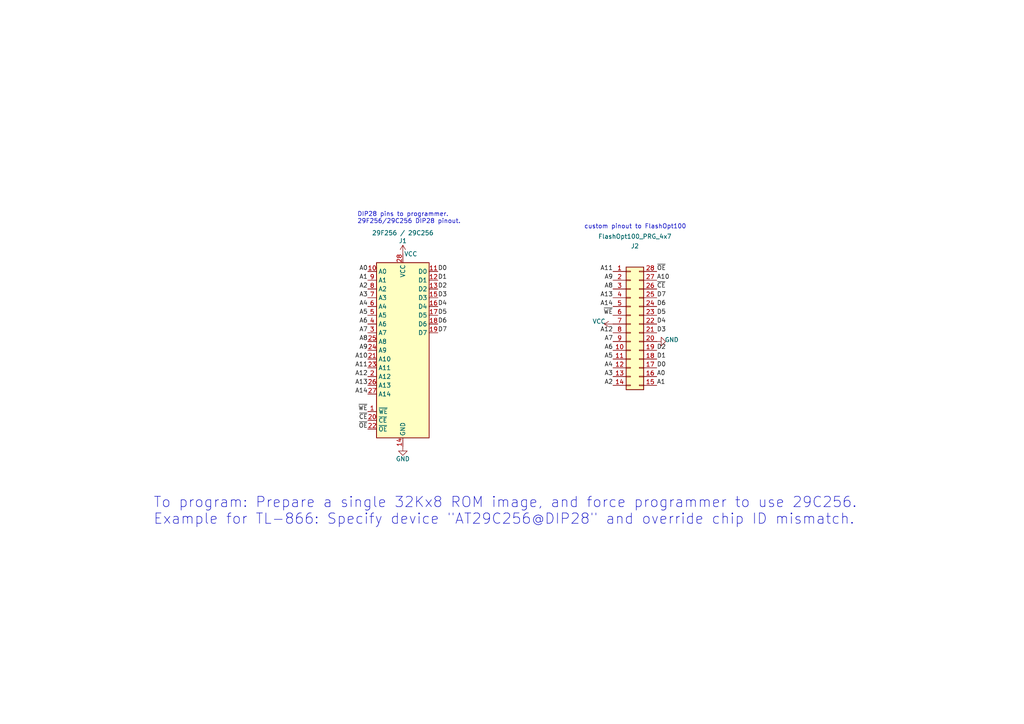
<source format=kicad_sch>
(kicad_sch (version 20211123) (generator eeschema)
  (paper "A4")
  (title_block (title "FlashOpt100 Programming Adapter") (date "2022-12-24") (rev "002") (company "Brian White b.kenyon.w@gmail.com") (comment 1 "CC-BY-SA") (comment 2 "tandy.wiki/Teeprom"))
  (lib_symbols
    (symbol "000_LOCAL:29C256"
      (property "Reference" "U" (at -7.62 26.67 0))
      (property "Value" "29C256" (at 2.54 -26.67 0))
      (symbol "29C256_1_1"
        (rectangle (start -7.62 25.4) (end 7.62 -25.4) (stroke (width 0.254)) (fill (type background)))
        (pin input line (at -10.16 -17.78 0) (length 2.54) (name "~{WE}") (number "1"))
        (pin input line (at -10.16 22.86 0) (length 2.54) (name "A0") (number "10"))
        (pin tri_state line (at 10.16 22.86 180) (length 2.54) (name "D0") (number "11"))
        (pin tri_state line (at 10.16 20.32 180) (length 2.54) (name "D1") (number "12"))
        (pin tri_state line (at 10.16 17.78 180) (length 2.54) (name "D2") (number "13"))
        (pin power_in line (at 0 -27.94 90) (length 2.54) (name "GND") (number "14"))
        (pin tri_state line (at 10.16 15.24 180) (length 2.54) (name "D3") (number "15"))
        (pin tri_state line (at 10.16 12.7 180) (length 2.54) (name "D4") (number "16"))
        (pin tri_state line (at 10.16 10.16 180) (length 2.54) (name "D5") (number "17"))
        (pin tri_state line (at 10.16 7.62 180) (length 2.54) (name "D6") (number "18"))
        (pin tri_state line (at 10.16 5.08 180) (length 2.54) (name "D7") (number "19"))
        (pin input line (at -10.16 -7.62 0) (length 2.54) (name "A12") (number "2"))
        (pin input line (at -10.16 -20.32 0) (length 2.54) (name "~{CE}") (number "20"))
        (pin input line (at -10.16 -2.54 0) (length 2.54) (name "A10") (number "21"))
        (pin input line (at -10.16 -22.86 0) (length 2.54) (name "~{OE}") (number "22"))
        (pin input line (at -10.16 -5.08 0) (length 2.54) (name "A11") (number "23"))
        (pin input line (at -10.16 0 0) (length 2.54) (name "A9") (number "24"))
        (pin input line (at -10.16 2.54 0) (length 2.54) (name "A8") (number "25"))
        (pin input line (at -10.16 -10.16 0) (length 2.54) (name "A13") (number "26"))
        (pin input line (at -10.16 -12.7 0) (length 2.54) (name "A14") (number "27"))
        (pin power_in line (at 0 27.94 270) (length 2.54) (name "VCC") (number "28"))
        (pin input line (at -10.16 5.08 0) (length 2.54) (name "A7") (number "3"))
        (pin input line (at -10.16 7.62 0) (length 2.54) (name "A6") (number "4"))
        (pin input line (at -10.16 10.16 0) (length 2.54) (name "A5") (number "5"))
        (pin input line (at -10.16 12.7 0) (length 2.54) (name "A4") (number "6"))
        (pin input line (at -10.16 15.24 0) (length 2.54) (name "A3") (number "7"))
        (pin input line (at -10.16 17.78 0) (length 2.54) (name "A2") (number "8"))
        (pin input line (at -10.16 20.32 0) (length 2.54) (name "A1") (number "9"))
      )
    )
    (symbol "000_LOCAL:FlashOpt100_PRG_4x7" (pin_names (offset 1.016) hide)
      (property "Reference" "J" (at 1.27 17.78 0))
      (property "Value" "FlashOpt100_PRG_4x7" (at 1.27 -20.32 0))
      (symbol "FlashOpt100_PRG_4x7_1_1"
        (rectangle (start -1.27 -17.653) (end 0 -17.907) (stroke (width 0.1524)))
        (rectangle (start -1.27 -15.113) (end 0 -15.367) (stroke (width 0.1524)))
        (rectangle (start -1.27 -12.573) (end 0 -12.827) (stroke (width 0.1524)))
        (rectangle (start -1.27 -10.033) (end 0 -10.287) (stroke (width 0.1524)))
        (rectangle (start -1.27 -7.493) (end 0 -7.747) (stroke (width 0.1524)))
        (rectangle (start -1.27 -4.953) (end 0 -5.207) (stroke (width 0.1524)))
        (rectangle (start -1.27 -2.413) (end 0 -2.667) (stroke (width 0.1524)))
        (rectangle (start -1.27 0.127) (end 0 -0.127) (stroke (width 0.1524)))
        (rectangle (start -1.27 2.667) (end 0 2.413) (stroke (width 0.1524)))
        (rectangle (start -1.27 5.207) (end 0 4.953) (stroke (width 0.1524)))
        (rectangle (start -1.27 7.747) (end 0 7.493) (stroke (width 0.1524)))
        (rectangle (start -1.27 10.287) (end 0 10.033) (stroke (width 0.1524)))
        (rectangle (start -1.27 12.827) (end 0 12.573) (stroke (width 0.1524)))
        (rectangle (start -1.27 15.367) (end 0 15.113) (stroke (width 0.1524)))
        (rectangle (start -1.27 16.51) (end 3.81 -19.05) (stroke (width 0.254)) (fill (type background)))
        (rectangle (start 3.81 -17.653) (end 2.54 -17.907) (stroke (width 0.1524)))
        (rectangle (start 3.81 -15.113) (end 2.54 -15.367) (stroke (width 0.1524)))
        (rectangle (start 3.81 -12.573) (end 2.54 -12.827) (stroke (width 0.1524)))
        (rectangle (start 3.81 -10.033) (end 2.54 -10.287) (stroke (width 0.1524)))
        (rectangle (start 3.81 -7.493) (end 2.54 -7.747) (stroke (width 0.1524)))
        (rectangle (start 3.81 -4.953) (end 2.54 -5.207) (stroke (width 0.1524)))
        (rectangle (start 3.81 -2.413) (end 2.54 -2.667) (stroke (width 0.1524)))
        (rectangle (start 3.81 0.127) (end 2.54 -0.127) (stroke (width 0.1524)))
        (rectangle (start 3.81 2.667) (end 2.54 2.413) (stroke (width 0.1524)))
        (rectangle (start 3.81 5.207) (end 2.54 4.953) (stroke (width 0.1524)))
        (rectangle (start 3.81 7.747) (end 2.54 7.493) (stroke (width 0.1524)))
        (rectangle (start 3.81 10.287) (end 2.54 10.033) (stroke (width 0.1524)))
        (rectangle (start 3.81 12.827) (end 2.54 12.573) (stroke (width 0.1524)))
        (rectangle (start 3.81 15.367) (end 2.54 15.113) (stroke (width 0.1524)))
        (pin passive line (at -5.08 15.24 0) (length 3.81) (name "Pin_1") (number "1"))
        (pin passive line (at -5.08 -7.62 0) (length 3.81) (name "Pin_10") (number "10"))
        (pin passive line (at -5.08 -10.16 0) (length 3.81) (name "Pin_11") (number "11"))
        (pin passive line (at -5.08 -12.7 0) (length 3.81) (name "Pin_12") (number "12"))
        (pin passive line (at -5.08 -15.24 0) (length 3.81) (name "Pin_13") (number "13"))
        (pin passive line (at -5.08 -17.78 0) (length 3.81) (name "Pin_14") (number "14"))
        (pin passive line (at 7.62 -17.78 180) (length 3.81) (name "Pin_15") (number "15"))
        (pin passive line (at 7.62 -15.24 180) (length 3.81) (name "Pin_16") (number "16"))
        (pin passive line (at 7.62 -12.7 180) (length 3.81) (name "Pin_17") (number "17"))
        (pin passive line (at 7.62 -10.16 180) (length 3.81) (name "Pin_18") (number "18"))
        (pin passive line (at 7.62 -7.62 180) (length 3.81) (name "Pin_19") (number "19"))
        (pin passive line (at -5.08 12.7 0) (length 3.81) (name "Pin_2") (number "2"))
        (pin passive line (at 7.62 -5.08 180) (length 3.81) (name "Pin_20") (number "20"))
        (pin passive line (at 7.62 -2.54 180) (length 3.81) (name "Pin_21") (number "21"))
        (pin passive line (at 7.62 0 180) (length 3.81) (name "Pin_22") (number "22"))
        (pin passive line (at 7.62 2.54 180) (length 3.81) (name "Pin_23") (number "23"))
        (pin passive line (at 7.62 5.08 180) (length 3.81) (name "Pin_24") (number "24"))
        (pin passive line (at 7.62 7.62 180) (length 3.81) (name "Pin_25") (number "25"))
        (pin passive line (at 7.62 10.16 180) (length 3.81) (name "Pin_26") (number "26"))
        (pin passive line (at 7.62 12.7 180) (length 3.81) (name "Pin_27") (number "27"))
        (pin passive line (at 7.62 15.24 180) (length 3.81) (name "Pin_28") (number "28"))
        (pin passive line (at -5.08 10.16 0) (length 3.81) (name "Pin_3") (number "3"))
        (pin passive line (at -5.08 7.62 0) (length 3.81) (name "Pin_4") (number "4"))
        (pin passive line (at -5.08 5.08 0) (length 3.81) (name "Pin_5") (number "5"))
        (pin passive line (at -5.08 2.54 0) (length 3.81) (name "Pin_6") (number "6"))
        (pin passive line (at -5.08 0 0) (length 3.81) (name "Pin_7") (number "7"))
        (pin passive line (at -5.08 -2.54 0) (length 3.81) (name "Pin_8") (number "8"))
        (pin passive line (at -5.08 -5.08 0) (length 3.81) (name "Pin_9") (number "9"))
      )
    )
    (symbol "power:GND" (power) (pin_names (offset 0))
      (property "Value" "GND" (at 0 -3.81 0))
      (symbol "GND_0_1"
        (polyline (pts (xy 0 0) (xy 0 -1.27) (xy 1.27 -1.27) (xy 0 -2.54) (xy -1.27 -1.27) (xy 0 -1.27)))
      )
      (symbol "GND_1_1"
        (pin power_in line (at 0 0 270) (length 0) hide (name "GND") (number "1"))
      )
    )
    (symbol "power:VCC" (power) (pin_names (offset 0))
      (property "Value" "VCC" (at 0 3.81 0))
      (symbol "VCC_0_1"
        (polyline (pts (xy -0.762 1.27) (xy 0 2.54)))
        (polyline (pts (xy 0 0) (xy 0 2.54)))
        (polyline (pts (xy 0 2.54) (xy 0.762 1.27)))
      )
      (symbol "VCC_1_1"
        (pin power_in line (at 0 0 90) (length 0) hide (name "VCC") (number "1"))
      )
    )
  )
  (text "custom pinout to FlashOpt100" (at 169.418 66.548 0) (effects (font (size 1.27 1.27)) (justify left bottom)))
  (text "To program: Prepare a single 32Kx8 ROM image, and force programmer to use 29C256.\nExample for TL-866: Specify device \"AT29C256@DIP28\" and override chip ID mismatch." (at 44.45 152.4 0) (effects (font (size 3 3)) (justify left bottom)))
  (text "DIP28 pins to programmer.\n29F256/29C256 DIP28 pinout." (at 103.632 65.024 0) (effects (font (size 1.27 1.27)) (justify left bottom)))
  (label "~{CE}" (at 106.68 121.92 180))
  (label "A7" (at 177.8 99.06 180))
  (label "A14" (at 177.8 88.9 180))
  (label "A5" (at 106.68 91.44 180))
  (label "A13" (at 177.8 86.36 180))
  (label "A13" (at 106.68 111.76 180))
  (label "D2" (at 190.5 101.6 0))
  (label "~{WE}" (at 106.68 119.38 180))
  (label "A4" (at 106.68 88.9 180))
  (label "A0" (at 106.68 78.74 180))
  (label "D0" (at 127 78.74 0))
  (label "A2" (at 177.8 111.76 180))
  (label "D3" (at 190.5 96.52 0))
  (label "A14" (at 106.68 114.3 180))
  (label "A6" (at 177.8 101.6 180))
  (label "D5" (at 190.5 91.44 0))
  (label "A6" (at 106.68 93.98 180))
  (label "A10" (at 190.5 81.28 0))
  (label "A7" (at 106.68 96.52 180))
  (label "D5" (at 127 91.44 0))
  (label "A3" (at 177.8 109.22 180))
  (label "~{CE}" (at 190.5 83.82 0))
  (label "A2" (at 106.68 83.82 180))
  (label "D4" (at 190.5 93.98 0))
  (label "D6" (at 127 93.98 0))
  (label "A8" (at 106.68 99.06 180))
  (label "A3" (at 106.68 86.36 180))
  (label "~{OE}" (at 106.68 124.46 180))
  (label "~{WE}" (at 177.8 91.44 180))
  (label "A4" (at 177.8 106.68 180))
  (label "D6" (at 190.5 88.9 0))
  (label "D7" (at 127 96.52 0))
  (label "~{OE}" (at 190.5 78.74 0))
  (label "A11" (at 106.68 106.68 180))
  (label "D1" (at 127 81.28 0))
  (label "A0" (at 190.5 109.22 0))
  (label "A12" (at 177.8 96.52 180))
  (label "D1" (at 190.5 104.14 0))
  (label "A12" (at 106.68 109.22 180))
  (label "A9" (at 106.68 101.6 180))
  (label "A10" (at 106.68 104.14 180))
  (label "D3" (at 127 86.36 0))
  (label "D0" (at 190.5 106.68 0))
  (label "A9" (at 177.8 81.28 180))
  (label "A8" (at 177.8 83.82 180))
  (label "A1" (at 106.68 81.28 180))
  (label "A11" (at 177.8 78.74 180))
  (label "D2" (at 127 83.82 0))
  (label "D4" (at 127 88.9 0))
  (label "A1" (at 190.5 111.76 0))
  (label "A5" (at 177.8 104.14 180))
  (label "D7" (at 190.5 86.36 0))
  (symbol (lib_id "000_LOCAL:29C256") (at 116.84 101.6 0) (unit 1)
    (property "Reference" "J1" (at 116.84 69.85 0))
    (property "Value" "29F256 / 29C256" (at 116.84 67.564 0))
    (property "Footprint" "000_LOCAL:DIP-28_600" (effects hide))
    (property "Datasheet" "http://ww1.microchip.com/downloads/en/DeviceDoc/doc0014.pdf" (effects hide))
  )
  (symbol (lib_id "power:GND") (at 116.84 129.54 0) (unit 1)
    (property "Reference" "#PWR0101" (effects hide))
    (property "Value" "GND" (at 116.84 133.096 0))
  )
  (symbol (lib_id "power:VCC") (at 116.84 73.66 0) (unit 1)
    (property "Reference" "#PWR0102" (effects hide))
    (property "Value" "VCC" (at 119.126 73.66 0))
  )
  (symbol (lib_id "000_LOCAL:FlashOpt100_PRG_4x7") (at 182.88 93.98 0) (unit 1)
    (property "Reference" "J2" (at 184.15 71.374 0))
    (property "Value" "FlashOpt100_PRG_4x7" (at 184.15 68.58 0))
    (property "Footprint" "000_LOCAL:FlashOpt100_PRG_4x7_male" (effects hide))
    (property "Datasheet" "http://ww1.microchip.com/downloads/en/DeviceDoc/doc0014.pdf" (effects hide))
  )
  (symbol (lib_id "power:GND") (at 190.5 99.06 90) (unit 1)
    (property "Reference" "#PWR0110" (effects hide))
    (property "Value" "GND" (at 194.818 98.552 90))
  )
  (symbol (lib_id "power:VCC") (at 177.8 93.98 90) (unit 1)
    (property "Reference" "#PWR0111" (effects hide))
    (property "Value" "VCC" (at 173.736 93.218 90))
  )
)
</source>
